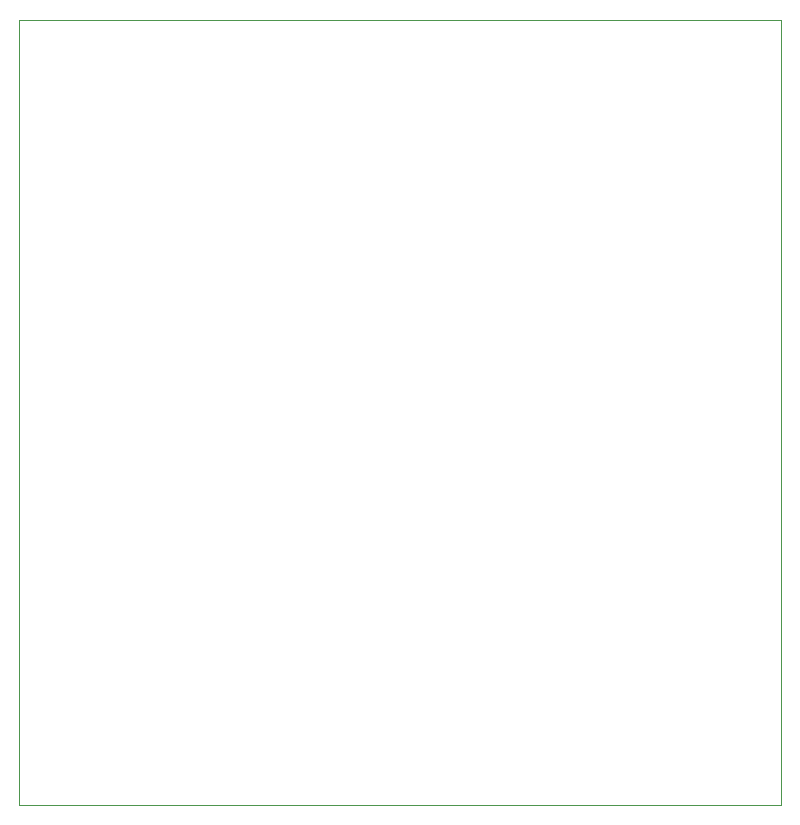
<source format=gbr>
%TF.GenerationSoftware,KiCad,Pcbnew,5.99.0+really5.1.10+dfsg1-1*%
%TF.CreationDate,2022-01-09T12:47:15+01:00*%
%TF.ProjectId,inverter-8,696e7665-7274-4657-922d-382e6b696361,v1.0.0*%
%TF.SameCoordinates,Original*%
%TF.FileFunction,Profile,NP*%
%FSLAX46Y46*%
G04 Gerber Fmt 4.6, Leading zero omitted, Abs format (unit mm)*
G04 Created by KiCad (PCBNEW 5.99.0+really5.1.10+dfsg1-1) date 2022-01-09 12:47:15*
%MOMM*%
%LPD*%
G01*
G04 APERTURE LIST*
%TA.AperFunction,Profile*%
%ADD10C,0.050000*%
%TD*%
G04 APERTURE END LIST*
D10*
X182000000Y-66500000D02*
X117500000Y-66500000D01*
X182000000Y-133000000D02*
X182000000Y-66500000D01*
X117500000Y-133000000D02*
X182000000Y-133000000D01*
X117500000Y-66500000D02*
X117500000Y-133000000D01*
M02*

</source>
